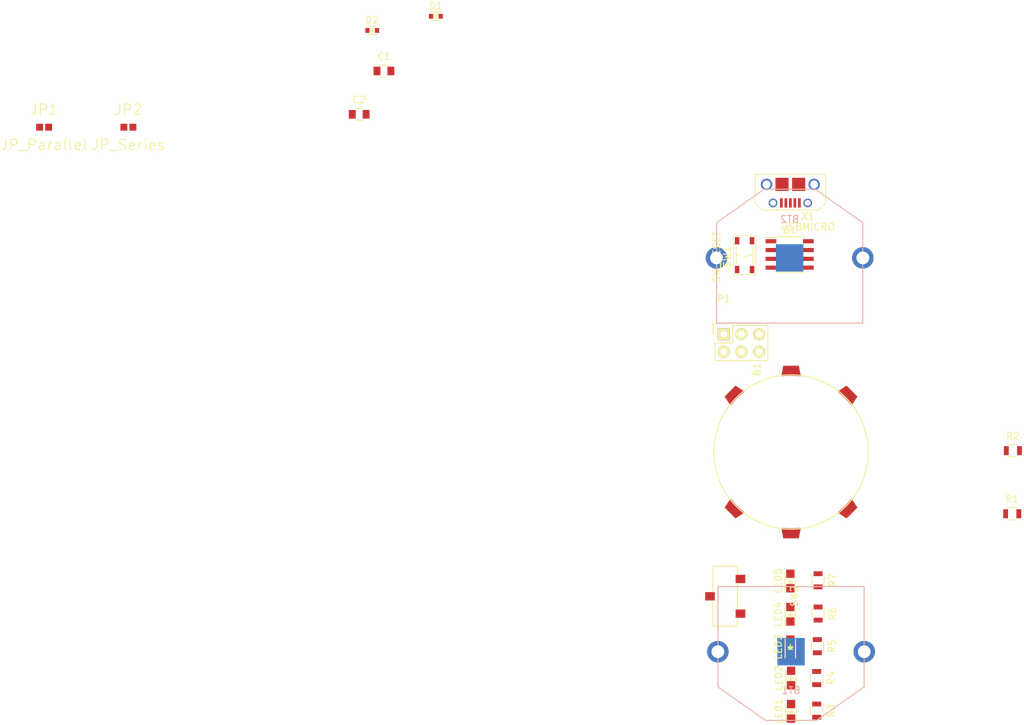
<source format=kicad_pcb>
(kicad_pcb (version 20160815) (host pcbnew "(2017-01-24 revision 0b6147e)-makepkg")

  (general
    (links 45)
    (no_connects 45)
    (area 10 19.39 158.125001 124.225001)
    (thickness 1.6)
    (drawings 0)
    (tracks 0)
    (zones 0)
    (modules 26)
    (nets 21)
  )

  (page A4)
  (layers
    (0 F.Cu signal)
    (31 B.Cu signal)
    (32 B.Adhes user)
    (33 F.Adhes user)
    (34 B.Paste user)
    (35 F.Paste user)
    (36 B.SilkS user)
    (37 F.SilkS user)
    (38 B.Mask user)
    (39 F.Mask user)
    (40 Dwgs.User user)
    (41 Cmts.User user)
    (42 Eco1.User user)
    (43 Eco2.User user)
    (44 Edge.Cuts user)
    (45 Margin user)
    (46 B.CrtYd user)
    (47 F.CrtYd user)
    (48 B.Fab user)
    (49 F.Fab user)
  )

  (setup
    (last_trace_width 0.25)
    (trace_clearance 0.2)
    (zone_clearance 0.508)
    (zone_45_only no)
    (trace_min 0.2)
    (segment_width 0.2)
    (edge_width 0.15)
    (via_size 0.8)
    (via_drill 0.4)
    (via_min_size 0.4)
    (via_min_drill 0.3)
    (uvia_size 0.3)
    (uvia_drill 0.1)
    (uvias_allowed no)
    (uvia_min_size 0.2)
    (uvia_min_drill 0.1)
    (pcb_text_width 0.3)
    (pcb_text_size 1.5 1.5)
    (mod_edge_width 0.15)
    (mod_text_size 1 1)
    (mod_text_width 0.15)
    (pad_size 1.524 1.524)
    (pad_drill 0.762)
    (pad_to_mask_clearance 0.2)
    (aux_axis_origin 0 0)
    (visible_elements FFFEF77F)
    (pcbplotparams
      (layerselection 0x00030_ffffffff)
      (usegerberextensions false)
      (excludeedgelayer true)
      (linewidth 0.100000)
      (plotframeref false)
      (viasonmask false)
      (mode 1)
      (useauxorigin false)
      (hpglpennumber 1)
      (hpglpenspeed 20)
      (hpglpendiameter 15)
      (psnegative false)
      (psa4output false)
      (plotreference true)
      (plotvalue true)
      (plotinvisibletext false)
      (padsonsilk false)
      (subtractmaskfromsilk false)
      (outputformat 1)
      (mirror false)
      (drillshape 1)
      (scaleselection 1)
      (outputdirectory ""))
  )

  (net 0 "")
  (net 1 "Net-(BT1-Pad2)")
  (net 2 /+VBAT)
  (net 3 GND)
  (net 4 /+VCC)
  (net 5 /+VUSB)
  (net 6 "Net-(D1-Pad1)")
  (net 7 "Net-(LED1-Pad2)")
  (net 8 "Net-(LED2-Pad2)")
  (net 9 "Net-(LED3-Pad2)")
  (net 10 "Net-(LED4-Pad2)")
  (net 11 "Net-(LED5-Pad2)")
  (net 12 /PB1)
  (net 13 /PB2)
  (net 14 /PB0)
  (net 15 /RESET)
  (net 16 /PB3)
  (net 17 "Net-(R1-Pad2)")
  (net 18 "Net-(R2-Pad2)")
  (net 19 /PB4)
  (net 20 "Net-(X1-Pad4)")

  (net_class Default "This is the default net class."
    (clearance 0.2)
    (trace_width 0.25)
    (via_dia 0.8)
    (via_drill 0.4)
    (uvia_dia 0.3)
    (uvia_drill 0.1)
    (add_net /+VBAT)
    (add_net /+VCC)
    (add_net /+VUSB)
    (add_net /PB0)
    (add_net /PB1)
    (add_net /PB2)
    (add_net /PB3)
    (add_net /PB4)
    (add_net /RESET)
    (add_net GND)
    (add_net "Net-(BT1-Pad2)")
    (add_net "Net-(D1-Pad1)")
    (add_net "Net-(LED1-Pad2)")
    (add_net "Net-(LED2-Pad2)")
    (add_net "Net-(LED3-Pad2)")
    (add_net "Net-(LED4-Pad2)")
    (add_net "Net-(LED5-Pad2)")
    (add_net "Net-(R1-Pad2)")
    (add_net "Net-(R2-Pad2)")
    (add_net "Net-(X1-Pad4)")
  )

  (module 608_Bearing:608_Bearing (layer F.Cu) (tedit 59341282) (tstamp 59340EA6)
    (at 124.3 84.7 90)
    (path /59325F1B)
    (fp_text reference B1 (at 11.9 -4.9 90) (layer F.SilkS)
      (effects (font (size 1 1) (thickness 0.15)))
    )
    (fp_text value 608_Bearing (at 0 -5.715 90) (layer F.Fab)
      (effects (font (size 1 1) (thickness 0.15)))
    )
    (fp_circle (center 0 0) (end 5.08 9.906) (layer F.SilkS) (width 0.15))
    (pad ~ smd trapezoid (at 8.255 8.255 45) (size 1.524 2.54) (rect_delta 0.3 0 ) (layers F.Cu F.Paste F.Mask))
    (pad "" np_thru_hole circle (at 0 0 90) (size 22 22) (drill 22) (layers *.Cu *.Mask))
    (pad ~ smd trapezoid (at 8.255 -8.255 135) (size 1.524 2.54) (rect_delta 0.3 0 ) (layers F.Cu F.Paste F.Mask))
    (pad ~ smd trapezoid (at 11.684 0 90) (size 1.524 2.54) (rect_delta 0.3 0 ) (layers F.Cu F.Paste F.Mask))
    (pad ~ smd trapezoid (at -8.255 -8.255 225) (size 1.524 2.54) (rect_delta 0.3 0 ) (layers F.Cu F.Paste F.Mask))
    (pad ~ smd trapezoid (at -11.684 0 270) (size 1.524 2.54) (rect_delta 0.3 0 ) (layers F.Cu F.Paste F.Mask))
    (pad ~ smd trapezoid (at -8.255 8.255 315) (size 1.524 2.54) (rect_delta 0.3 0 ) (layers F.Cu F.Paste F.Mask))
    (model ${KIPRJMOD}/3dmodels/608_Bearing.step
      (at (xyz 0 0 -0.03543307086614173))
      (scale (xyz 1 1 1))
      (rotate (xyz 270 0 0))
    )
  )

  (module BatteryHolder_MPD_BK_888:BatteryHolder_MPD_BK_888 (layer B.Cu) (tedit 59322B2D) (tstamp 59340EAD)
    (at 124.3 113.5 180)
    (path /593168AF)
    (fp_text reference BT1 (at 0 -5.588 180) (layer B.SilkS)
      (effects (font (size 1 1) (thickness 0.15)) (justify mirror))
    )
    (fp_text value CR2032 (at 0 4.445 180) (layer B.Fab)
      (effects (font (size 1 1) (thickness 0.15)) (justify mirror))
    )
    (fp_line (start 10.541 9.398) (end 10.541 0) (layer B.SilkS) (width 0.15))
    (fp_line (start -10.541 9.398) (end 10.541 9.398) (layer B.SilkS) (width 0.15))
    (fp_line (start -10.541 0) (end -10.541 9.398) (layer B.SilkS) (width 0.15))
    (fp_line (start 10.541 0) (end 10.541 -5.08) (layer B.SilkS) (width 0.15))
    (fp_line (start 3.683 -9.906) (end 0 -9.906) (layer B.SilkS) (width 0.15))
    (fp_line (start 0 -9.906) (end -3.683 -9.906) (layer B.SilkS) (width 0.15))
    (fp_line (start 3.683 -9.906) (end 10.541 -5.08) (layer B.SilkS) (width 0.15))
    (fp_line (start -10.541 -5.08) (end -3.683 -9.906) (layer B.SilkS) (width 0.15))
    (fp_line (start -10.541 0) (end -10.541 -5.08) (layer B.SilkS) (width 0.15))
    (pad 2 smd rect (at 0 0 180) (size 3.96 3.96) (layers B.Cu B.Paste B.Mask)
      (net 1 "Net-(BT1-Pad2)"))
    (pad 1 thru_hole circle (at 10.555 0 180) (size 3.1 3.1) (drill 1.85) (layers *.Cu *.Mask)
      (net 2 /+VBAT))
    (pad 1 thru_hole circle (at -10.555 0 180) (size 3.1 3.1) (drill 1.85) (layers *.Cu *.Mask)
      (net 2 /+VBAT))
    (model ${KIPRJMOD}/3dmodels/BK-888.step
      (at (xyz 0 0 0.1456692913385827))
      (scale (xyz 0.98 0.98 0.98))
      (rotate (xyz 270 0 0))
    )
  )

  (module BatteryHolder_MPD_BK_888:BatteryHolder_MPD_BK_888 (layer B.Cu) (tedit 59322B2D) (tstamp 59340EB4)
    (at 124.1 56.7)
    (path /59322F57)
    (fp_text reference BT2 (at 0 -5.588) (layer B.SilkS)
      (effects (font (size 1 1) (thickness 0.15)) (justify mirror))
    )
    (fp_text value CR2032 (at 0 4.445) (layer B.Fab)
      (effects (font (size 1 1) (thickness 0.15)) (justify mirror))
    )
    (fp_line (start -10.541 0) (end -10.541 -5.08) (layer B.SilkS) (width 0.15))
    (fp_line (start -10.541 -5.08) (end -3.683 -9.906) (layer B.SilkS) (width 0.15))
    (fp_line (start 3.683 -9.906) (end 10.541 -5.08) (layer B.SilkS) (width 0.15))
    (fp_line (start 0 -9.906) (end -3.683 -9.906) (layer B.SilkS) (width 0.15))
    (fp_line (start 3.683 -9.906) (end 0 -9.906) (layer B.SilkS) (width 0.15))
    (fp_line (start 10.541 0) (end 10.541 -5.08) (layer B.SilkS) (width 0.15))
    (fp_line (start -10.541 0) (end -10.541 9.398) (layer B.SilkS) (width 0.15))
    (fp_line (start -10.541 9.398) (end 10.541 9.398) (layer B.SilkS) (width 0.15))
    (fp_line (start 10.541 9.398) (end 10.541 0) (layer B.SilkS) (width 0.15))
    (pad 1 thru_hole circle (at -10.555 0) (size 3.1 3.1) (drill 1.85) (layers *.Cu *.Mask)
      (net 2 /+VBAT))
    (pad 1 thru_hole circle (at 10.555 0) (size 3.1 3.1) (drill 1.85) (layers *.Cu *.Mask)
      (net 2 /+VBAT))
    (pad 2 smd rect (at 0 0) (size 3.96 3.96) (layers B.Cu B.Paste B.Mask)
      (net 3 GND))
    (model ${KIPRJMOD}/3dmodels/BK-888.step
      (at (xyz 0 0 0.1456692913385827))
      (scale (xyz 0.98 0.98 0.98))
      (rotate (xyz 270 0 0))
    )
  )

  (module Capacitors_SMD:C_0805 (layer F.Cu) (tedit 5415D6EA) (tstamp 59340EBA)
    (at 65.575001 29.7375)
    (descr "Capacitor SMD 0805, reflow soldering, AVX (see smccp.pdf)")
    (tags "capacitor 0805")
    (path /592EDA52)
    (attr smd)
    (fp_text reference C1 (at 0 -2.1) (layer F.SilkS)
      (effects (font (size 1 1) (thickness 0.15)))
    )
    (fp_text value .1uF (at 0 2.1) (layer F.Fab)
      (effects (font (size 1 1) (thickness 0.15)))
    )
    (fp_line (start -1.8 -1) (end 1.8 -1) (layer F.CrtYd) (width 0.05))
    (fp_line (start -1.8 1) (end 1.8 1) (layer F.CrtYd) (width 0.05))
    (fp_line (start -1.8 -1) (end -1.8 1) (layer F.CrtYd) (width 0.05))
    (fp_line (start 1.8 -1) (end 1.8 1) (layer F.CrtYd) (width 0.05))
    (fp_line (start 0.5 -0.85) (end -0.5 -0.85) (layer F.SilkS) (width 0.15))
    (fp_line (start -0.5 0.85) (end 0.5 0.85) (layer F.SilkS) (width 0.15))
    (pad 1 smd rect (at -1 0) (size 1 1.25) (layers F.Cu F.Paste F.Mask)
      (net 4 /+VCC))
    (pad 2 smd rect (at 1 0) (size 1 1.25) (layers F.Cu F.Paste F.Mask)
      (net 3 GND))
    (model Capacitors_SMD.3dshapes/C_0805.wrl
      (at (xyz 0 0 0))
      (scale (xyz 1 1 1))
      (rotate (xyz 0 0 0))
    )
  )

  (module Capacitors_SMD:C_0805 (layer F.Cu) (tedit 5415D6EA) (tstamp 59340EC0)
    (at 62.008333 35.9875)
    (descr "Capacitor SMD 0805, reflow soldering, AVX (see smccp.pdf)")
    (tags "capacitor 0805")
    (path /592ED9B8)
    (attr smd)
    (fp_text reference C2 (at 0 -2.1) (layer F.SilkS)
      (effects (font (size 1 1) (thickness 0.15)))
    )
    (fp_text value 10uF (at 0 2.1) (layer F.Fab)
      (effects (font (size 1 1) (thickness 0.15)))
    )
    (fp_line (start -0.5 0.85) (end 0.5 0.85) (layer F.SilkS) (width 0.15))
    (fp_line (start 0.5 -0.85) (end -0.5 -0.85) (layer F.SilkS) (width 0.15))
    (fp_line (start 1.8 -1) (end 1.8 1) (layer F.CrtYd) (width 0.05))
    (fp_line (start -1.8 -1) (end -1.8 1) (layer F.CrtYd) (width 0.05))
    (fp_line (start -1.8 1) (end 1.8 1) (layer F.CrtYd) (width 0.05))
    (fp_line (start -1.8 -1) (end 1.8 -1) (layer F.CrtYd) (width 0.05))
    (pad 2 smd rect (at 1 0) (size 1 1.25) (layers F.Cu F.Paste F.Mask)
      (net 3 GND))
    (pad 1 smd rect (at -1 0) (size 1 1.25) (layers F.Cu F.Paste F.Mask)
      (net 4 /+VCC))
    (model Capacitors_SMD.3dshapes/C_0805.wrl
      (at (xyz 0 0 0))
      (scale (xyz 1 1 1))
      (rotate (xyz 0 0 0))
    )
  )

  (module Diodes_SMD_SOD_523:SOD-523 (layer F.Cu) (tedit 59340B07) (tstamp 59340ECC)
    (at 73.069285 21.8475)
    (descr "http://www.diodes.com/datasheets/ap02001.pdf p.144")
    (tags "Diode SOD523")
    (path /592ED80C)
    (attr smd)
    (fp_text reference D1 (at 0 -1.5) (layer F.SilkS)
      (effects (font (size 1 1) (thickness 0.15)))
    )
    (fp_text value SCHOTTKY (at 0 1.7) (layer F.Fab)
      (effects (font (size 1 1) (thickness 0.15)))
    )
    (fp_line (start -0.781 0.6) (end 0.769 0.6) (layer F.SilkS) (width 0.15))
    (fp_line (start -0.781 -0.6) (end 0.769 -0.6) (layer F.SilkS) (width 0.15))
    (fp_line (start -0.127 0) (end 0.254 0.381) (layer F.SilkS) (width 0.15))
    (fp_line (start 0.254 -0.381) (end -0.127 0) (layer F.SilkS) (width 0.15))
    (fp_line (start 0.254 0.381) (end 0.254 -0.381) (layer F.SilkS) (width 0.15))
    (fp_line (start -0.254 0.381) (end -0.254 -0.381) (layer F.SilkS) (width 0.15))
    (pad 1 smd rect (at -0.7 0) (size 0.6 0.7) (layers F.Cu F.Paste F.Mask)
      (net 6 "Net-(D1-Pad1)"))
    (pad 2 smd rect (at 0.7 0) (size 0.6 0.7) (layers F.Cu F.Paste F.Mask)
      (net 5 /+VUSB))
    (model ${KIPRJMOD}/3dmodels/Diodes_SOD_523.step
      (at (xyz 0 0 0))
      (scale (xyz 1 1 1))
      (rotate (xyz 270 0 0))
    )
  )

  (module Diodes_SMD_SOD_523:SOD-523 (layer F.Cu) (tedit 59340B07) (tstamp 59340ED8)
    (at 63.889285 23.8875)
    (descr "http://www.diodes.com/datasheets/ap02001.pdf p.144")
    (tags "Diode SOD523")
    (path /592ED75D)
    (attr smd)
    (fp_text reference D2 (at 0 -1.5) (layer F.SilkS)
      (effects (font (size 1 1) (thickness 0.15)))
    )
    (fp_text value SCHOTTKY (at 0 1.7) (layer F.Fab)
      (effects (font (size 1 1) (thickness 0.15)))
    )
    (fp_line (start -0.254 0.381) (end -0.254 -0.381) (layer F.SilkS) (width 0.15))
    (fp_line (start 0.254 0.381) (end 0.254 -0.381) (layer F.SilkS) (width 0.15))
    (fp_line (start 0.254 -0.381) (end -0.127 0) (layer F.SilkS) (width 0.15))
    (fp_line (start -0.127 0) (end 0.254 0.381) (layer F.SilkS) (width 0.15))
    (fp_line (start -0.781 -0.6) (end 0.769 -0.6) (layer F.SilkS) (width 0.15))
    (fp_line (start -0.781 0.6) (end 0.769 0.6) (layer F.SilkS) (width 0.15))
    (pad 2 smd rect (at 0.7 0) (size 0.6 0.7) (layers F.Cu F.Paste F.Mask)
      (net 2 /+VBAT))
    (pad 1 smd rect (at -0.7 0) (size 0.6 0.7) (layers F.Cu F.Paste F.Mask)
      (net 6 "Net-(D1-Pad1)"))
    (model ${KIPRJMOD}/3dmodels/Diodes_SOD_523.step
      (at (xyz 0 0 0))
      (scale (xyz 1 1 1))
      (rotate (xyz 270 0 0))
    )
  )

  (module Solderjumpers:SJ2 (layer F.Cu) (tedit 548C675A) (tstamp 59340EDE)
    (at 16.560714 37.8475)
    (path /59324207)
    (fp_text reference JP1 (at 0 -2.54) (layer F.SilkS)
      (effects (font (size 1.5 1.5) (thickness 0.15)))
    )
    (fp_text value JP_Parallel (at 0 2.54) (layer F.SilkS)
      (effects (font (size 1.5 1.5) (thickness 0.15)))
    )
    (pad 1 smd rect (at -0.65 0) (size 1 1) (layers F.Cu F.Paste F.Mask)
      (net 1 "Net-(BT1-Pad2)") (solder_mask_margin 0.2))
    (pad 2 smd rect (at 0.65 0) (size 1 1) (layers F.Cu F.Paste F.Mask)
      (net 3 GND) (solder_mask_margin 0.2))
  )

  (module Solderjumpers:SJ2 (layer F.Cu) (tedit 548C675A) (tstamp 59340EE4)
    (at 28.716428 37.8475)
    (path /5932427C)
    (fp_text reference JP2 (at 0 -2.54) (layer F.SilkS)
      (effects (font (size 1.5 1.5) (thickness 0.15)))
    )
    (fp_text value JP_Series (at 0 2.54) (layer F.SilkS)
      (effects (font (size 1.5 1.5) (thickness 0.15)))
    )
    (pad 2 smd rect (at 0.65 0) (size 1 1) (layers F.Cu F.Paste F.Mask)
      (net 1 "Net-(BT1-Pad2)") (solder_mask_margin 0.2))
    (pad 1 smd rect (at -0.65 0) (size 1 1) (layers F.Cu F.Paste F.Mask)
      (net 2 /+VBAT) (solder_mask_margin 0.2))
  )

  (module LEDs:LED_0805 (layer F.Cu) (tedit 55BDE1C2) (tstamp 59340EEA)
    (at 124.3 122.1 90)
    (descr "LED 0805 smd package")
    (tags "LED 0805 SMD")
    (path /592EE45E)
    (attr smd)
    (fp_text reference LED1 (at 0 -1.75 90) (layer F.SilkS)
      (effects (font (size 1 1) (thickness 0.15)))
    )
    (fp_text value LED (at 0 1.75 90) (layer F.Fab)
      (effects (font (size 1 1) (thickness 0.15)))
    )
    (fp_line (start -1.6 0.75) (end 1.1 0.75) (layer F.SilkS) (width 0.15))
    (fp_line (start -1.6 -0.75) (end 1.1 -0.75) (layer F.SilkS) (width 0.15))
    (fp_line (start -0.1 0.15) (end -0.1 -0.1) (layer F.SilkS) (width 0.15))
    (fp_line (start -0.1 -0.1) (end -0.25 0.05) (layer F.SilkS) (width 0.15))
    (fp_line (start -0.35 -0.35) (end -0.35 0.35) (layer F.SilkS) (width 0.15))
    (fp_line (start 0 0) (end 0.35 0) (layer F.SilkS) (width 0.15))
    (fp_line (start -0.35 0) (end 0 -0.35) (layer F.SilkS) (width 0.15))
    (fp_line (start 0 -0.35) (end 0 0.35) (layer F.SilkS) (width 0.15))
    (fp_line (start 0 0.35) (end -0.35 0) (layer F.SilkS) (width 0.15))
    (fp_line (start 1.9 -0.95) (end 1.9 0.95) (layer F.CrtYd) (width 0.05))
    (fp_line (start 1.9 0.95) (end -1.9 0.95) (layer F.CrtYd) (width 0.05))
    (fp_line (start -1.9 0.95) (end -1.9 -0.95) (layer F.CrtYd) (width 0.05))
    (fp_line (start -1.9 -0.95) (end 1.9 -0.95) (layer F.CrtYd) (width 0.05))
    (pad 2 smd rect (at 1.04902 0 270) (size 1.19888 1.19888) (layers F.Cu F.Paste F.Mask)
      (net 7 "Net-(LED1-Pad2)"))
    (pad 1 smd rect (at -1.04902 0 270) (size 1.19888 1.19888) (layers F.Cu F.Paste F.Mask)
      (net 3 GND))
    (model LEDs.3dshapes/LED_0805.wrl
      (at (xyz 0 0 0))
      (scale (xyz 1 1 1))
      (rotate (xyz 0 0 0))
    )
  )

  (module LEDs:LED_0805 (layer F.Cu) (tedit 55BDE1C2) (tstamp 59340EF0)
    (at 124.3 117.3 90)
    (descr "LED 0805 smd package")
    (tags "LED 0805 SMD")
    (path /592EE5E5)
    (attr smd)
    (fp_text reference LED2 (at 0 -1.75 90) (layer F.SilkS)
      (effects (font (size 1 1) (thickness 0.15)))
    )
    (fp_text value LED (at 0 1.75 90) (layer F.Fab)
      (effects (font (size 1 1) (thickness 0.15)))
    )
    (fp_line (start -1.9 -0.95) (end 1.9 -0.95) (layer F.CrtYd) (width 0.05))
    (fp_line (start -1.9 0.95) (end -1.9 -0.95) (layer F.CrtYd) (width 0.05))
    (fp_line (start 1.9 0.95) (end -1.9 0.95) (layer F.CrtYd) (width 0.05))
    (fp_line (start 1.9 -0.95) (end 1.9 0.95) (layer F.CrtYd) (width 0.05))
    (fp_line (start 0 0.35) (end -0.35 0) (layer F.SilkS) (width 0.15))
    (fp_line (start 0 -0.35) (end 0 0.35) (layer F.SilkS) (width 0.15))
    (fp_line (start -0.35 0) (end 0 -0.35) (layer F.SilkS) (width 0.15))
    (fp_line (start 0 0) (end 0.35 0) (layer F.SilkS) (width 0.15))
    (fp_line (start -0.35 -0.35) (end -0.35 0.35) (layer F.SilkS) (width 0.15))
    (fp_line (start -0.1 -0.1) (end -0.25 0.05) (layer F.SilkS) (width 0.15))
    (fp_line (start -0.1 0.15) (end -0.1 -0.1) (layer F.SilkS) (width 0.15))
    (fp_line (start -1.6 -0.75) (end 1.1 -0.75) (layer F.SilkS) (width 0.15))
    (fp_line (start -1.6 0.75) (end 1.1 0.75) (layer F.SilkS) (width 0.15))
    (pad 1 smd rect (at -1.04902 0 270) (size 1.19888 1.19888) (layers F.Cu F.Paste F.Mask)
      (net 3 GND))
    (pad 2 smd rect (at 1.04902 0 270) (size 1.19888 1.19888) (layers F.Cu F.Paste F.Mask)
      (net 8 "Net-(LED2-Pad2)"))
    (model LEDs.3dshapes/LED_0805.wrl
      (at (xyz 0 0 0))
      (scale (xyz 1 1 1))
      (rotate (xyz 0 0 0))
    )
  )

  (module LEDs:LED_0805 (layer F.Cu) (tedit 55BDE1C2) (tstamp 59340EF6)
    (at 124.2 112.8 90)
    (descr "LED 0805 smd package")
    (tags "LED 0805 SMD")
    (path /592EE639)
    (attr smd)
    (fp_text reference LED3 (at 0 -1.75 90) (layer F.SilkS)
      (effects (font (size 1 1) (thickness 0.15)))
    )
    (fp_text value LED (at 0 1.75 90) (layer F.Fab)
      (effects (font (size 1 1) (thickness 0.15)))
    )
    (fp_line (start -1.6 0.75) (end 1.1 0.75) (layer F.SilkS) (width 0.15))
    (fp_line (start -1.6 -0.75) (end 1.1 -0.75) (layer F.SilkS) (width 0.15))
    (fp_line (start -0.1 0.15) (end -0.1 -0.1) (layer F.SilkS) (width 0.15))
    (fp_line (start -0.1 -0.1) (end -0.25 0.05) (layer F.SilkS) (width 0.15))
    (fp_line (start -0.35 -0.35) (end -0.35 0.35) (layer F.SilkS) (width 0.15))
    (fp_line (start 0 0) (end 0.35 0) (layer F.SilkS) (width 0.15))
    (fp_line (start -0.35 0) (end 0 -0.35) (layer F.SilkS) (width 0.15))
    (fp_line (start 0 -0.35) (end 0 0.35) (layer F.SilkS) (width 0.15))
    (fp_line (start 0 0.35) (end -0.35 0) (layer F.SilkS) (width 0.15))
    (fp_line (start 1.9 -0.95) (end 1.9 0.95) (layer F.CrtYd) (width 0.05))
    (fp_line (start 1.9 0.95) (end -1.9 0.95) (layer F.CrtYd) (width 0.05))
    (fp_line (start -1.9 0.95) (end -1.9 -0.95) (layer F.CrtYd) (width 0.05))
    (fp_line (start -1.9 -0.95) (end 1.9 -0.95) (layer F.CrtYd) (width 0.05))
    (pad 2 smd rect (at 1.04902 0 270) (size 1.19888 1.19888) (layers F.Cu F.Paste F.Mask)
      (net 9 "Net-(LED3-Pad2)"))
    (pad 1 smd rect (at -1.04902 0 270) (size 1.19888 1.19888) (layers F.Cu F.Paste F.Mask)
      (net 3 GND))
    (model LEDs.3dshapes/LED_0805.wrl
      (at (xyz 0 0 0))
      (scale (xyz 1 1 1))
      (rotate (xyz 0 0 0))
    )
  )

  (module LEDs:LED_0805 (layer F.Cu) (tedit 55BDE1C2) (tstamp 59340EFC)
    (at 124.2 108.1 90)
    (descr "LED 0805 smd package")
    (tags "LED 0805 SMD")
    (path /592EE678)
    (attr smd)
    (fp_text reference LED4 (at 0 -1.75 90) (layer F.SilkS)
      (effects (font (size 1 1) (thickness 0.15)))
    )
    (fp_text value LED (at 0 1.75 90) (layer F.Fab)
      (effects (font (size 1 1) (thickness 0.15)))
    )
    (fp_line (start -1.9 -0.95) (end 1.9 -0.95) (layer F.CrtYd) (width 0.05))
    (fp_line (start -1.9 0.95) (end -1.9 -0.95) (layer F.CrtYd) (width 0.05))
    (fp_line (start 1.9 0.95) (end -1.9 0.95) (layer F.CrtYd) (width 0.05))
    (fp_line (start 1.9 -0.95) (end 1.9 0.95) (layer F.CrtYd) (width 0.05))
    (fp_line (start 0 0.35) (end -0.35 0) (layer F.SilkS) (width 0.15))
    (fp_line (start 0 -0.35) (end 0 0.35) (layer F.SilkS) (width 0.15))
    (fp_line (start -0.35 0) (end 0 -0.35) (layer F.SilkS) (width 0.15))
    (fp_line (start 0 0) (end 0.35 0) (layer F.SilkS) (width 0.15))
    (fp_line (start -0.35 -0.35) (end -0.35 0.35) (layer F.SilkS) (width 0.15))
    (fp_line (start -0.1 -0.1) (end -0.25 0.05) (layer F.SilkS) (width 0.15))
    (fp_line (start -0.1 0.15) (end -0.1 -0.1) (layer F.SilkS) (width 0.15))
    (fp_line (start -1.6 -0.75) (end 1.1 -0.75) (layer F.SilkS) (width 0.15))
    (fp_line (start -1.6 0.75) (end 1.1 0.75) (layer F.SilkS) (width 0.15))
    (pad 1 smd rect (at -1.04902 0 270) (size 1.19888 1.19888) (layers F.Cu F.Paste F.Mask)
      (net 3 GND))
    (pad 2 smd rect (at 1.04902 0 270) (size 1.19888 1.19888) (layers F.Cu F.Paste F.Mask)
      (net 10 "Net-(LED4-Pad2)"))
    (model LEDs.3dshapes/LED_0805.wrl
      (at (xyz 0 0 0))
      (scale (xyz 1 1 1))
      (rotate (xyz 0 0 0))
    )
  )

  (module LEDs:LED_0805 (layer F.Cu) (tedit 55BDE1C2) (tstamp 59340F02)
    (at 124.2 103.3 90)
    (descr "LED 0805 smd package")
    (tags "LED 0805 SMD")
    (path /592EE6BA)
    (attr smd)
    (fp_text reference LED5 (at 0 -1.75 90) (layer F.SilkS)
      (effects (font (size 1 1) (thickness 0.15)))
    )
    (fp_text value LED (at 0 1.75 90) (layer F.Fab)
      (effects (font (size 1 1) (thickness 0.15)))
    )
    (fp_line (start -1.6 0.75) (end 1.1 0.75) (layer F.SilkS) (width 0.15))
    (fp_line (start -1.6 -0.75) (end 1.1 -0.75) (layer F.SilkS) (width 0.15))
    (fp_line (start -0.1 0.15) (end -0.1 -0.1) (layer F.SilkS) (width 0.15))
    (fp_line (start -0.1 -0.1) (end -0.25 0.05) (layer F.SilkS) (width 0.15))
    (fp_line (start -0.35 -0.35) (end -0.35 0.35) (layer F.SilkS) (width 0.15))
    (fp_line (start 0 0) (end 0.35 0) (layer F.SilkS) (width 0.15))
    (fp_line (start -0.35 0) (end 0 -0.35) (layer F.SilkS) (width 0.15))
    (fp_line (start 0 -0.35) (end 0 0.35) (layer F.SilkS) (width 0.15))
    (fp_line (start 0 0.35) (end -0.35 0) (layer F.SilkS) (width 0.15))
    (fp_line (start 1.9 -0.95) (end 1.9 0.95) (layer F.CrtYd) (width 0.05))
    (fp_line (start 1.9 0.95) (end -1.9 0.95) (layer F.CrtYd) (width 0.05))
    (fp_line (start -1.9 0.95) (end -1.9 -0.95) (layer F.CrtYd) (width 0.05))
    (fp_line (start -1.9 -0.95) (end 1.9 -0.95) (layer F.CrtYd) (width 0.05))
    (pad 2 smd rect (at 1.04902 0 270) (size 1.19888 1.19888) (layers F.Cu F.Paste F.Mask)
      (net 11 "Net-(LED5-Pad2)"))
    (pad 1 smd rect (at -1.04902 0 270) (size 1.19888 1.19888) (layers F.Cu F.Paste F.Mask)
      (net 3 GND))
    (model LEDs.3dshapes/LED_0805.wrl
      (at (xyz 0 0 0))
      (scale (xyz 1 1 1))
      (rotate (xyz 0 0 0))
    )
  )

  (module ISP:ISP (layer F.Cu) (tedit 59316338) (tstamp 59340F0C)
    (at 114.6 67.7)
    (descr "Through hole socket strip")
    (tags "socket strip")
    (path /592F165D)
    (fp_text reference P1 (at 0 -5.1) (layer F.SilkS)
      (effects (font (size 1 1) (thickness 0.15)))
    )
    (fp_text value ISP (at 0 -3.1) (layer F.Fab)
      (effects (font (size 1 1) (thickness 0.15)))
    )
    (fp_line (start 6.35 -1.27) (end 1.27 -1.27) (layer F.SilkS) (width 0.15))
    (fp_line (start -1.55 -1.55) (end 0 -1.55) (layer F.SilkS) (width 0.15))
    (fp_line (start -1.75 -1.75) (end -1.75 4.3) (layer F.CrtYd) (width 0.05))
    (fp_line (start 6.85 -1.75) (end 6.85 4.3) (layer F.CrtYd) (width 0.05))
    (fp_line (start -1.75 -1.75) (end 6.85 -1.75) (layer F.CrtYd) (width 0.05))
    (fp_line (start -1.75 4.3) (end 6.85 4.3) (layer F.CrtYd) (width 0.05))
    (fp_line (start -1.27 1.27) (end 1.27 1.27) (layer F.SilkS) (width 0.15))
    (fp_line (start 1.27 1.27) (end 1.27 -1.27) (layer F.SilkS) (width 0.15))
    (fp_line (start 6.35 -1.27) (end 6.35 3.81) (layer F.SilkS) (width 0.15))
    (fp_line (start 6.35 3.81) (end 1.27 3.81) (layer F.SilkS) (width 0.15))
    (fp_line (start -1.55 -1.55) (end -1.55 0) (layer F.SilkS) (width 0.15))
    (fp_line (start -1.27 3.81) (end -1.27 1.27) (layer F.SilkS) (width 0.15))
    (fp_line (start 1.27 3.81) (end -1.27 3.81) (layer F.SilkS) (width 0.15))
    (pad 1 thru_hole rect (at 0 0) (size 1.7272 1.7272) (drill 1.016) (layers *.Cu *.Mask F.SilkS)
      (net 12 /PB1))
    (pad 2 thru_hole oval (at 0 2.54) (size 1.7272 1.7272) (drill 1.016) (layers *.Cu *.Mask F.SilkS)
      (net 4 /+VCC))
    (pad 3 thru_hole oval (at 2.54 0) (size 1.7272 1.7272) (drill 1.016) (layers *.Cu *.Mask F.SilkS)
      (net 13 /PB2))
    (pad 4 thru_hole oval (at 2.54 2.54) (size 1.7272 1.7272) (drill 1.016) (layers *.Cu *.Mask F.SilkS)
      (net 14 /PB0))
    (pad 5 thru_hole oval (at 5.08 0) (size 1.7272 1.7272) (drill 1.016) (layers *.Cu *.Mask F.SilkS)
      (net 15 /RESET))
    (pad 6 thru_hole oval (at 5.08 2.54) (size 1.7272 1.7272) (drill 1.016) (layers *.Cu *.Mask F.SilkS)
      (net 3 GND))
  )

  (module Resistors_SMD:R_0805 (layer F.Cu) (tedit 5415CDEB) (tstamp 59340F12)
    (at 156.2 93.6)
    (descr "Resistor SMD 0805, reflow soldering, Vishay (see dcrcw.pdf)")
    (tags "resistor 0805")
    (path /592ECCD7)
    (attr smd)
    (fp_text reference R1 (at 0 -2.1) (layer F.SilkS)
      (effects (font (size 1 1) (thickness 0.15)))
    )
    (fp_text value 68 (at 0 2.1) (layer F.Fab)
      (effects (font (size 1 1) (thickness 0.15)))
    )
    (fp_line (start -1.6 -1) (end 1.6 -1) (layer F.CrtYd) (width 0.05))
    (fp_line (start -1.6 1) (end 1.6 1) (layer F.CrtYd) (width 0.05))
    (fp_line (start -1.6 -1) (end -1.6 1) (layer F.CrtYd) (width 0.05))
    (fp_line (start 1.6 -1) (end 1.6 1) (layer F.CrtYd) (width 0.05))
    (fp_line (start 0.6 0.875) (end -0.6 0.875) (layer F.SilkS) (width 0.15))
    (fp_line (start -0.6 -0.875) (end 0.6 -0.875) (layer F.SilkS) (width 0.15))
    (pad 1 smd rect (at -0.95 0) (size 0.7 1.3) (layers F.Cu F.Paste F.Mask)
      (net 16 /PB3))
    (pad 2 smd rect (at 0.95 0) (size 0.7 1.3) (layers F.Cu F.Paste F.Mask)
      (net 17 "Net-(R1-Pad2)"))
    (model Resistors_SMD.3dshapes/R_0805.wrl
      (at (xyz 0 0 0))
      (scale (xyz 1 1 1))
      (rotate (xyz 0 0 0))
    )
  )

  (module Resistors_SMD:R_0805 (layer F.Cu) (tedit 5415CDEB) (tstamp 59340F18)
    (at 156.3 84.5)
    (descr "Resistor SMD 0805, reflow soldering, Vishay (see dcrcw.pdf)")
    (tags "resistor 0805")
    (path /592ECDDB)
    (attr smd)
    (fp_text reference R2 (at 0 -2.1) (layer F.SilkS)
      (effects (font (size 1 1) (thickness 0.15)))
    )
    (fp_text value 68 (at 0 2.1) (layer F.Fab)
      (effects (font (size 1 1) (thickness 0.15)))
    )
    (fp_line (start -0.6 -0.875) (end 0.6 -0.875) (layer F.SilkS) (width 0.15))
    (fp_line (start 0.6 0.875) (end -0.6 0.875) (layer F.SilkS) (width 0.15))
    (fp_line (start 1.6 -1) (end 1.6 1) (layer F.CrtYd) (width 0.05))
    (fp_line (start -1.6 -1) (end -1.6 1) (layer F.CrtYd) (width 0.05))
    (fp_line (start -1.6 1) (end 1.6 1) (layer F.CrtYd) (width 0.05))
    (fp_line (start -1.6 -1) (end 1.6 -1) (layer F.CrtYd) (width 0.05))
    (pad 2 smd rect (at 0.95 0) (size 0.7 1.3) (layers F.Cu F.Paste F.Mask)
      (net 18 "Net-(R2-Pad2)"))
    (pad 1 smd rect (at -0.95 0) (size 0.7 1.3) (layers F.Cu F.Paste F.Mask)
      (net 19 /PB4))
    (model Resistors_SMD.3dshapes/R_0805.wrl
      (at (xyz 0 0 0))
      (scale (xyz 1 1 1))
      (rotate (xyz 0 0 0))
    )
  )

  (module Resistors_SMD:R_0805 (layer F.Cu) (tedit 5415CDEB) (tstamp 59340F1E)
    (at 128 122 270)
    (descr "Resistor SMD 0805, reflow soldering, Vishay (see dcrcw.pdf)")
    (tags "resistor 0805")
    (path /592EE785)
    (attr smd)
    (fp_text reference R3 (at 0 -2.1 270) (layer F.SilkS)
      (effects (font (size 1 1) (thickness 0.15)))
    )
    (fp_text value 470 (at 0 2.1 270) (layer F.Fab)
      (effects (font (size 1 1) (thickness 0.15)))
    )
    (fp_line (start -1.6 -1) (end 1.6 -1) (layer F.CrtYd) (width 0.05))
    (fp_line (start -1.6 1) (end 1.6 1) (layer F.CrtYd) (width 0.05))
    (fp_line (start -1.6 -1) (end -1.6 1) (layer F.CrtYd) (width 0.05))
    (fp_line (start 1.6 -1) (end 1.6 1) (layer F.CrtYd) (width 0.05))
    (fp_line (start 0.6 0.875) (end -0.6 0.875) (layer F.SilkS) (width 0.15))
    (fp_line (start -0.6 -0.875) (end 0.6 -0.875) (layer F.SilkS) (width 0.15))
    (pad 1 smd rect (at -0.95 0 270) (size 0.7 1.3) (layers F.Cu F.Paste F.Mask)
      (net 7 "Net-(LED1-Pad2)"))
    (pad 2 smd rect (at 0.95 0 270) (size 0.7 1.3) (layers F.Cu F.Paste F.Mask)
      (net 14 /PB0))
    (model Resistors_SMD.3dshapes/R_0805.wrl
      (at (xyz 0 0 0))
      (scale (xyz 1 1 1))
      (rotate (xyz 0 0 0))
    )
  )

  (module Resistors_SMD:R_0805 (layer F.Cu) (tedit 5415CDEB) (tstamp 59340F24)
    (at 128 117.3 270)
    (descr "Resistor SMD 0805, reflow soldering, Vishay (see dcrcw.pdf)")
    (tags "resistor 0805")
    (path /592EE895)
    (attr smd)
    (fp_text reference R4 (at 0 -2.1 270) (layer F.SilkS)
      (effects (font (size 1 1) (thickness 0.15)))
    )
    (fp_text value 470 (at 0 2.1 270) (layer F.Fab)
      (effects (font (size 1 1) (thickness 0.15)))
    )
    (fp_line (start -0.6 -0.875) (end 0.6 -0.875) (layer F.SilkS) (width 0.15))
    (fp_line (start 0.6 0.875) (end -0.6 0.875) (layer F.SilkS) (width 0.15))
    (fp_line (start 1.6 -1) (end 1.6 1) (layer F.CrtYd) (width 0.05))
    (fp_line (start -1.6 -1) (end -1.6 1) (layer F.CrtYd) (width 0.05))
    (fp_line (start -1.6 1) (end 1.6 1) (layer F.CrtYd) (width 0.05))
    (fp_line (start -1.6 -1) (end 1.6 -1) (layer F.CrtYd) (width 0.05))
    (pad 2 smd rect (at 0.95 0 270) (size 0.7 1.3) (layers F.Cu F.Paste F.Mask)
      (net 12 /PB1))
    (pad 1 smd rect (at -0.95 0 270) (size 0.7 1.3) (layers F.Cu F.Paste F.Mask)
      (net 8 "Net-(LED2-Pad2)"))
    (model Resistors_SMD.3dshapes/R_0805.wrl
      (at (xyz 0 0 0))
      (scale (xyz 1 1 1))
      (rotate (xyz 0 0 0))
    )
  )

  (module Resistors_SMD:R_0805 (layer F.Cu) (tedit 5415CDEB) (tstamp 59340F2A)
    (at 128.1 112.7 270)
    (descr "Resistor SMD 0805, reflow soldering, Vishay (see dcrcw.pdf)")
    (tags "resistor 0805")
    (path /592EE8E0)
    (attr smd)
    (fp_text reference R5 (at 0 -2.1 270) (layer F.SilkS)
      (effects (font (size 1 1) (thickness 0.15)))
    )
    (fp_text value 470 (at 0 2.1 270) (layer F.Fab)
      (effects (font (size 1 1) (thickness 0.15)))
    )
    (fp_line (start -1.6 -1) (end 1.6 -1) (layer F.CrtYd) (width 0.05))
    (fp_line (start -1.6 1) (end 1.6 1) (layer F.CrtYd) (width 0.05))
    (fp_line (start -1.6 -1) (end -1.6 1) (layer F.CrtYd) (width 0.05))
    (fp_line (start 1.6 -1) (end 1.6 1) (layer F.CrtYd) (width 0.05))
    (fp_line (start 0.6 0.875) (end -0.6 0.875) (layer F.SilkS) (width 0.15))
    (fp_line (start -0.6 -0.875) (end 0.6 -0.875) (layer F.SilkS) (width 0.15))
    (pad 1 smd rect (at -0.95 0 270) (size 0.7 1.3) (layers F.Cu F.Paste F.Mask)
      (net 9 "Net-(LED3-Pad2)"))
    (pad 2 smd rect (at 0.95 0 270) (size 0.7 1.3) (layers F.Cu F.Paste F.Mask)
      (net 13 /PB2))
    (model Resistors_SMD.3dshapes/R_0805.wrl
      (at (xyz 0 0 0))
      (scale (xyz 1 1 1))
      (rotate (xyz 0 0 0))
    )
  )

  (module Resistors_SMD:R_0805 (layer F.Cu) (tedit 5415CDEB) (tstamp 59340F30)
    (at 128.2 108 270)
    (descr "Resistor SMD 0805, reflow soldering, Vishay (see dcrcw.pdf)")
    (tags "resistor 0805")
    (path /592EE92E)
    (attr smd)
    (fp_text reference R6 (at 0 -2.1 270) (layer F.SilkS)
      (effects (font (size 1 1) (thickness 0.15)))
    )
    (fp_text value 470 (at 0 2.1 270) (layer F.Fab)
      (effects (font (size 1 1) (thickness 0.15)))
    )
    (fp_line (start -0.6 -0.875) (end 0.6 -0.875) (layer F.SilkS) (width 0.15))
    (fp_line (start 0.6 0.875) (end -0.6 0.875) (layer F.SilkS) (width 0.15))
    (fp_line (start 1.6 -1) (end 1.6 1) (layer F.CrtYd) (width 0.05))
    (fp_line (start -1.6 -1) (end -1.6 1) (layer F.CrtYd) (width 0.05))
    (fp_line (start -1.6 1) (end 1.6 1) (layer F.CrtYd) (width 0.05))
    (fp_line (start -1.6 -1) (end 1.6 -1) (layer F.CrtYd) (width 0.05))
    (pad 2 smd rect (at 0.95 0 270) (size 0.7 1.3) (layers F.Cu F.Paste F.Mask)
      (net 16 /PB3))
    (pad 1 smd rect (at -0.95 0 270) (size 0.7 1.3) (layers F.Cu F.Paste F.Mask)
      (net 10 "Net-(LED4-Pad2)"))
    (model Resistors_SMD.3dshapes/R_0805.wrl
      (at (xyz 0 0 0))
      (scale (xyz 1 1 1))
      (rotate (xyz 0 0 0))
    )
  )

  (module Resistors_SMD:R_0805 (layer F.Cu) (tedit 5415CDEB) (tstamp 59340F36)
    (at 128.2 103.2 270)
    (descr "Resistor SMD 0805, reflow soldering, Vishay (see dcrcw.pdf)")
    (tags "resistor 0805")
    (path /592EE97F)
    (attr smd)
    (fp_text reference R7 (at 0 -2.1 270) (layer F.SilkS)
      (effects (font (size 1 1) (thickness 0.15)))
    )
    (fp_text value 470 (at 0 2.1 270) (layer F.Fab)
      (effects (font (size 1 1) (thickness 0.15)))
    )
    (fp_line (start -1.6 -1) (end 1.6 -1) (layer F.CrtYd) (width 0.05))
    (fp_line (start -1.6 1) (end 1.6 1) (layer F.CrtYd) (width 0.05))
    (fp_line (start -1.6 -1) (end -1.6 1) (layer F.CrtYd) (width 0.05))
    (fp_line (start 1.6 -1) (end 1.6 1) (layer F.CrtYd) (width 0.05))
    (fp_line (start 0.6 0.875) (end -0.6 0.875) (layer F.SilkS) (width 0.15))
    (fp_line (start -0.6 -0.875) (end 0.6 -0.875) (layer F.SilkS) (width 0.15))
    (pad 1 smd rect (at -0.95 0 270) (size 0.7 1.3) (layers F.Cu F.Paste F.Mask)
      (net 11 "Net-(LED5-Pad2)"))
    (pad 2 smd rect (at 0.95 0 270) (size 0.7 1.3) (layers F.Cu F.Paste F.Mask)
      (net 19 /PB4))
    (model Resistors_SMD.3dshapes/R_0805.wrl
      (at (xyz 0 0 0))
      (scale (xyz 1 1 1))
      (rotate (xyz 0 0 0))
    )
  )

  (module Switch_PT810:SWITCH_PTS810 (layer F.Cu) (tedit 588B8428) (tstamp 59340F3E)
    (at 117.6 56.3 90)
    (descr "DESCRIPTION: STANDARD 4.2MM TACT SWITCH PACKAGE.BASED OFF C&K PTS 810 SERIES TACT SWITCH.")
    (tags "DESCRIPTION: STANDARD 4.2MM TACT SWITCH PACKAGE.BASED OFF C&K PTS 810 SERIES TACT SWITCH.")
    (path /592ED061)
    (solder_mask_margin 0.127)
    (clearance 0.127)
    (attr smd)
    (fp_text reference SW1 (at -0.25908 -2.50698 90) (layer F.SilkS)
      (effects (font (size 1.016 1.016) (thickness 0.1524)))
    )
    (fp_text value SW_RESET (at -0.25908 -4.03098 90) (layer F.SilkS)
      (effects (font (size 1.016 1.016) (thickness 0.1524)))
    )
    (fp_line (start -2.79908 -1.59766) (end 2.79908 -1.59766) (layer F.SilkS) (width 0.127))
    (fp_line (start 2.79908 -1.59766) (end 2.79908 1.59766) (layer F.SilkS) (width 0.127))
    (fp_line (start 2.79908 1.59766) (end -2.79908 1.59766) (layer F.SilkS) (width 0.127))
    (fp_line (start -2.79908 1.59766) (end -2.79908 -1.59766) (layer F.SilkS) (width 0.127))
    (fp_line (start -1.19888 -1.19888) (end 0 -1.19888) (layer F.SilkS) (width 0.127))
    (fp_line (start 0 -1.19888) (end 1.19888 -1.19888) (layer F.SilkS) (width 0.127))
    (fp_line (start -1.19888 1.19888) (end 0 1.19888) (layer F.SilkS) (width 0.127))
    (fp_line (start 0 1.19888) (end 1.19888 1.19888) (layer F.SilkS) (width 0.127))
    (fp_line (start 0 1.19888) (end 0 0.59944) (layer F.SilkS) (width 0.127))
    (fp_line (start 0 -1.19888) (end 0 -0.59944) (layer F.SilkS) (width 0.127))
    (fp_line (start 0 0.59944) (end -0.39878 -0.39878) (layer F.SilkS) (width 0.127))
    (pad 1 smd rect (at -2.07264 -1.07442 180) (size 0.6477 1.04902) (layers F.Cu F.Paste F.Mask)
      (net 3 GND))
    (pad 2 smd rect (at 2.07264 -1.07442 180) (size 0.6477 1.04902) (layers F.Cu F.Paste F.Mask))
    (pad 3 smd rect (at -2.07264 1.07442 180) (size 0.6477 1.04902) (layers F.Cu F.Paste F.Mask))
    (pad 4 smd rect (at 2.07264 1.07442 180) (size 0.6477 1.04902) (layers F.Cu F.Paste F.Mask)
      (net 15 /RESET))
    (model ${KIPRJMOD}/3dmodels/PTS810.stp
      (at (xyz 0 0 0.05511811023622047))
      (scale (xyz 1 1 1))
      (rotate (xyz 270 0 0))
    )
  )

  (module Switch_CL_SB_12B:SWITCH_CL_SB_12B (layer F.Cu) (tedit 59316727) (tstamp 59340F47)
    (at 114.8 105.5 90)
    (path /592F112D)
    (fp_text reference SW2 (at 0.0254 9.9568 90) (layer F.SilkS)
      (effects (font (size 1 1) (thickness 0.15)))
    )
    (fp_text value SW_POWER (at 0.0254 -9.4234 90) (layer F.Fab)
      (effects (font (size 1 1) (thickness 0.15)))
    )
    (fp_line (start -4.318 1.778) (end -3.302 1.778) (layer F.SilkS) (width 0.15))
    (fp_line (start -1.778 1.778) (end 1.778 1.778) (layer F.SilkS) (width 0.15))
    (fp_line (start 4.318 -1.778) (end 0.635 -1.778) (layer F.SilkS) (width 0.15))
    (fp_line (start 4.318 1.778) (end 4.318 -1.778) (layer F.SilkS) (width 0.15))
    (fp_line (start 3.175 1.778) (end 4.318 1.778) (layer F.SilkS) (width 0.15))
    (fp_line (start -4.318 -1.778) (end -4.318 1.778) (layer F.SilkS) (width 0.15))
    (fp_line (start -0.635 -1.778) (end -4.318 -1.778) (layer F.SilkS) (width 0.15))
    (pad 1 smd rect (at -2.50698 2.20726 90) (size 1.2 1.4) (layers F.Cu F.Paste F.Mask))
    (pad 3 smd rect (at 2.49302 2.20726 90) (size 1.2 1.4) (layers F.Cu F.Paste F.Mask)
      (net 6 "Net-(D1-Pad1)"))
    (pad 2 smd rect (at -0.00698 -2.19274 90) (size 1.2 1.4) (layers F.Cu F.Paste F.Mask)
      (net 4 /+VCC))
    (pad "" np_thru_hole circle (at -3.40698 0.00726 90) (size 0.9 0.9) (drill 0.9) (layers *.Cu *.Mask))
    (pad "" np_thru_hole circle (at 3.39302 0.00726 90) (size 0.9 0.9) (drill 0.9) (layers *.Cu *.Mask))
    (model ${KIPRJMOD}/3dmodels/CL-SB-12B-01T.step
      (at (xyz 0 0 0.1377952755905512))
      (scale (xyz 1 1 1))
      (rotate (xyz 270 0 0))
    )
  )

  (module Housings_SOIC:SOIC-8_3.9x4.9mm_Pitch1.27mm (layer F.Cu) (tedit 54130A77) (tstamp 59340F53)
    (at 124.1 56.2)
    (descr "8-Lead Plastic Small Outline (SN) - Narrow, 3.90 mm Body [SOIC] (see Microchip Packaging Specification 00000049BS.pdf)")
    (tags "SOIC 1.27")
    (path /592CE99E)
    (attr smd)
    (fp_text reference U1 (at 0 -3.5) (layer F.SilkS)
      (effects (font (size 1 1) (thickness 0.15)))
    )
    (fp_text value Microchip_ATtiny85 (at 0 3.5) (layer F.Fab)
      (effects (font (size 1 1) (thickness 0.15)))
    )
    (fp_line (start -3.75 -2.75) (end -3.75 2.75) (layer F.CrtYd) (width 0.05))
    (fp_line (start 3.75 -2.75) (end 3.75 2.75) (layer F.CrtYd) (width 0.05))
    (fp_line (start -3.75 -2.75) (end 3.75 -2.75) (layer F.CrtYd) (width 0.05))
    (fp_line (start -3.75 2.75) (end 3.75 2.75) (layer F.CrtYd) (width 0.05))
    (fp_line (start -2.075 -2.575) (end -2.075 -2.43) (layer F.SilkS) (width 0.15))
    (fp_line (start 2.075 -2.575) (end 2.075 -2.43) (layer F.SilkS) (width 0.15))
    (fp_line (start 2.075 2.575) (end 2.075 2.43) (layer F.SilkS) (width 0.15))
    (fp_line (start -2.075 2.575) (end -2.075 2.43) (layer F.SilkS) (width 0.15))
    (fp_line (start -2.075 -2.575) (end 2.075 -2.575) (layer F.SilkS) (width 0.15))
    (fp_line (start -2.075 2.575) (end 2.075 2.575) (layer F.SilkS) (width 0.15))
    (fp_line (start -2.075 -2.43) (end -3.475 -2.43) (layer F.SilkS) (width 0.15))
    (pad 1 smd rect (at -2.7 -1.905) (size 1.55 0.6) (layers F.Cu F.Paste F.Mask)
      (net 15 /RESET))
    (pad 2 smd rect (at -2.7 -0.635) (size 1.55 0.6) (layers F.Cu F.Paste F.Mask)
      (net 16 /PB3))
    (pad 3 smd rect (at -2.7 0.635) (size 1.55 0.6) (layers F.Cu F.Paste F.Mask)
      (net 19 /PB4))
    (pad 4 smd rect (at -2.7 1.905) (size 1.55 0.6) (layers F.Cu F.Paste F.Mask)
      (net 3 GND))
    (pad 5 smd rect (at 2.7 1.905) (size 1.55 0.6) (layers F.Cu F.Paste F.Mask)
      (net 14 /PB0))
    (pad 6 smd rect (at 2.7 0.635) (size 1.55 0.6) (layers F.Cu F.Paste F.Mask)
      (net 12 /PB1))
    (pad 7 smd rect (at 2.7 -0.635) (size 1.55 0.6) (layers F.Cu F.Paste F.Mask)
      (net 13 /PB2))
    (pad 8 smd rect (at 2.7 -1.905) (size 1.55 0.6) (layers F.Cu F.Paste F.Mask)
      (net 4 /+VCC))
    (model Housings_SOIC.3dshapes/SOIC-8_3.9x4.9mm_Pitch1.27mm.wrl
      (at (xyz 0 0 0))
      (scale (xyz 1 1 1))
      (rotate (xyz 0 0 0))
    )
  )

  (module Micro_USB:MICRO_USB_10118194 (layer F.Cu) (tedit 588B4B76) (tstamp 59340F62)
    (at 124.2 47.5 180)
    (descr "DESCRIPTION: PACKAGE FOR MICRO USB TYPE B CONNECTOR. BASED ON FCI 10118193-0001LF.")
    (tags "DESCRIPTION: PACKAGE FOR MICRO USB TYPE B CONNECTOR. BASED ON FCI 10118193-0001LF.")
    (path /592CEBE5)
    (attr smd)
    (fp_text reference X1 (at -2.54 -3.20548 180) (layer F.SilkS)
      (effects (font (size 1.016 1.016) (thickness 0.1524)))
    )
    (fp_text value USBMICRO (at -2.54 -4.72948 180) (layer F.SilkS)
      (effects (font (size 1.016 1.016) (thickness 0.1524)))
    )
    (fp_line (start -5.08 2.85496) (end 5.08 2.85496) (layer F.SilkS) (width 0.127))
    (fp_line (start -5.08 2.85496) (end -5.08 -1.29794) (layer F.SilkS) (width 0.127))
    (fp_line (start -5.08 -1.29794) (end -4.07924 -2.2987) (layer F.SilkS) (width 0.127))
    (fp_line (start -4.07924 -2.2987) (end 4.07924 -2.2987) (layer F.SilkS) (width 0.127))
    (fp_line (start 4.07924 -2.2987) (end 5.08 -1.29794) (layer F.SilkS) (width 0.127))
    (fp_line (start 5.08 -1.29794) (end 5.08 2.85496) (layer F.SilkS) (width 0.127))
    (fp_line (start -3.54838 1.04902) (end -3.54838 1.74752) (layer F.SilkS) (width 0.00762))
    (pad 1 smd rect (at -1.29794 -1.27) (size 0.39878 1.34874) (layers F.Cu F.Paste F.Mask)
      (net 5 /+VUSB) (solder_mask_margin 0.127) (clearance 0.127))
    (pad 2 smd rect (at -0.6477 -1.27) (size 0.39878 1.34874) (layers F.Cu F.Paste F.Mask)
      (net 17 "Net-(R1-Pad2)") (solder_mask_margin 0.127) (clearance 0.127))
    (pad 3 smd rect (at 0 -1.27) (size 0.39878 1.34874) (layers F.Cu F.Paste F.Mask)
      (net 18 "Net-(R2-Pad2)") (solder_mask_margin 0.127) (clearance 0.127))
    (pad 4 smd rect (at 0.6477 -1.27) (size 0.39878 1.34874) (layers F.Cu F.Paste F.Mask)
      (net 20 "Net-(X1-Pad4)") (solder_mask_margin 0.127) (clearance 0.127))
    (pad 5 smd rect (at 1.29794 -1.27) (size 0.39878 1.34874) (layers F.Cu F.Paste F.Mask)
      (net 3 GND) (solder_mask_margin 0.127) (clearance 0.127))
    (pad S5 smd rect (at -1.19888 1.40462 180) (size 1.89992 1.89992) (layers F.Cu F.Paste F.Mask))
    (pad S6 smd rect (at 1.19888 1.40462 180) (size 1.89992 1.89992) (layers F.Cu F.Paste F.Mask))
    (pad SLOT thru_hole circle (at -3.43 1.4 180) (size 1.65 1.65) (drill 1.15) (layers *.Cu *.Mask)
      (solder_mask_margin 0.000003) (clearance 0.000003))
    (pad SLOT thru_hole circle (at 3.43 1.4 180) (size 1.65 1.65) (drill 1.15) (layers *.Cu *.Mask)
      (solder_mask_margin 0.000003) (clearance 0.000003))
    (pad S3 thru_hole circle (at 2.49794 -1.27) (size 1.25 1.25) (drill 0.85) (layers *.Cu *.Mask)
      (solder_mask_margin 0.127) (clearance 0.127))
    (pad S4 thru_hole circle (at -2.50206 -1.27) (size 1.25 1.25) (drill 0.85) (layers *.Cu *.Mask)
      (solder_mask_margin 0.127) (clearance 0.127))
    (model ${KIPRJMOD}/3dmodels/10118194c.stp
      (at (xyz -2.952755905511811 0.06692913385826772 -0.015748031496063))
      (scale (xyz 1 1 1))
      (rotate (xyz 270 0 0))
    )
  )

)

</source>
